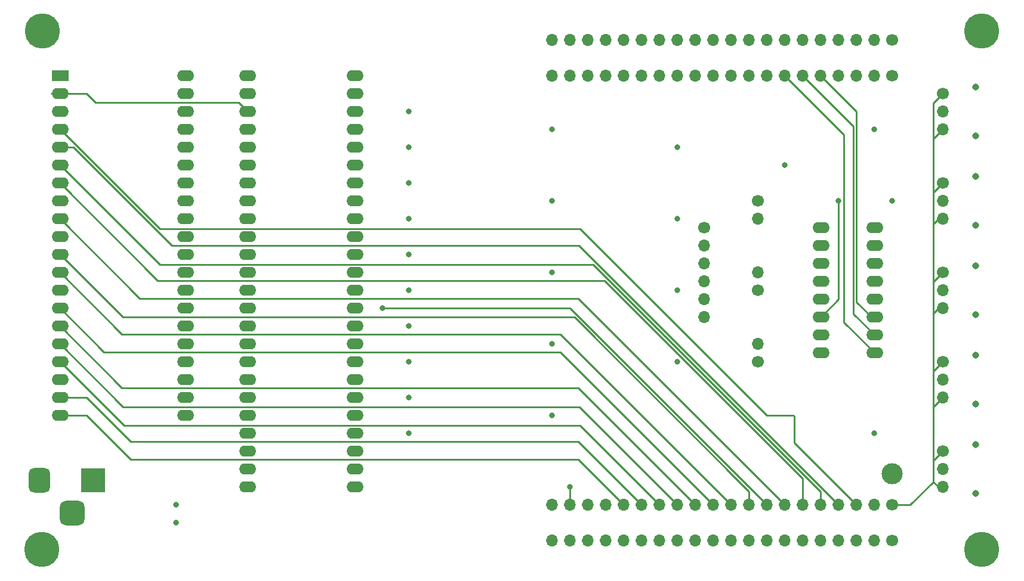
<source format=gbr>
%TF.GenerationSoftware,KiCad,Pcbnew,(6.0.5)*%
%TF.CreationDate,2022-07-21T21:10:46+10:00*%
%TF.ProjectId,glitcher,676c6974-6368-4657-922e-6b696361645f,rev?*%
%TF.SameCoordinates,Original*%
%TF.FileFunction,Copper,L2,Inr*%
%TF.FilePolarity,Positive*%
%FSLAX46Y46*%
G04 Gerber Fmt 4.6, Leading zero omitted, Abs format (unit mm)*
G04 Created by KiCad (PCBNEW (6.0.5)) date 2022-07-21 21:10:46*
%MOMM*%
%LPD*%
G01*
G04 APERTURE LIST*
G04 Aperture macros list*
%AMRoundRect*
0 Rectangle with rounded corners*
0 $1 Rounding radius*
0 $2 $3 $4 $5 $6 $7 $8 $9 X,Y pos of 4 corners*
0 Add a 4 corners polygon primitive as box body*
4,1,4,$2,$3,$4,$5,$6,$7,$8,$9,$2,$3,0*
0 Add four circle primitives for the rounded corners*
1,1,$1+$1,$2,$3*
1,1,$1+$1,$4,$5*
1,1,$1+$1,$6,$7*
1,1,$1+$1,$8,$9*
0 Add four rect primitives between the rounded corners*
20,1,$1+$1,$2,$3,$4,$5,0*
20,1,$1+$1,$4,$5,$6,$7,0*
20,1,$1+$1,$6,$7,$8,$9,0*
20,1,$1+$1,$8,$9,$2,$3,0*%
G04 Aperture macros list end*
%TA.AperFunction,ComponentPad*%
%ADD10R,2.400000X1.600000*%
%TD*%
%TA.AperFunction,ComponentPad*%
%ADD11O,2.400000X1.600000*%
%TD*%
%TA.AperFunction,ComponentPad*%
%ADD12C,1.700000*%
%TD*%
%TA.AperFunction,ComponentPad*%
%ADD13O,1.700000X1.700000*%
%TD*%
%TA.AperFunction,ComponentPad*%
%ADD14C,5.000000*%
%TD*%
%TA.AperFunction,ComponentPad*%
%ADD15C,0.970000*%
%TD*%
%TA.AperFunction,ComponentPad*%
%ADD16C,2.999999*%
%TD*%
%TA.AperFunction,ComponentPad*%
%ADD17R,3.500001X3.500001*%
%TD*%
%TA.AperFunction,ComponentPad*%
%ADD18RoundRect,0.750000X-0.749999X-1.000000X0.749999X-1.000000X0.749999X1.000000X-0.749999X1.000000X0*%
%TD*%
%TA.AperFunction,ComponentPad*%
%ADD19RoundRect,0.875000X-0.875000X-0.875000X0.875000X-0.875000X0.875000X0.875000X-0.875000X0.875000X0*%
%TD*%
%TA.AperFunction,ViaPad*%
%ADD20C,0.800000*%
%TD*%
%TA.AperFunction,Conductor*%
%ADD21C,0.250000*%
%TD*%
G04 APERTURE END LIST*
D10*
%TO.N,RPI_GP0*%
%TO.C,U1*%
X92705000Y-50805000D03*
D11*
%TO.N,RPI_GP1*%
X92705000Y-53345000D03*
%TO.N,GND*%
X92705000Y-55885000D03*
%TO.N,RPI_GP2*%
X92705000Y-58425000D03*
%TO.N,RPI_GP3*%
X92705000Y-60965000D03*
%TO.N,RPI_GP4*%
X92705000Y-63505000D03*
%TO.N,RPI_GP5*%
X92705000Y-66045000D03*
%TO.N,GND*%
X92705000Y-68585000D03*
%TO.N,RPI_GP6*%
X92705000Y-71125000D03*
%TO.N,RPI_GP7*%
X92705000Y-73665000D03*
%TO.N,RPI_GP8*%
X92705000Y-76205000D03*
%TO.N,RPI_GP9*%
X92705000Y-78745000D03*
%TO.N,GND*%
X92705000Y-81285000D03*
%TO.N,RPI_GP10*%
X92705000Y-83825000D03*
%TO.N,RPI_GP11*%
X92705000Y-86365000D03*
%TO.N,RPI_GP12*%
X92705000Y-88905000D03*
%TO.N,RPI_GP13*%
X92705000Y-91445000D03*
%TO.N,GND*%
X92705000Y-93985000D03*
%TO.N,RPI_GP14*%
X92705000Y-96525000D03*
%TO.N,RPI_GP15*%
X92705000Y-99065000D03*
%TO.N,RPI_GP16*%
X110485000Y-99065000D03*
%TO.N,RPI_GP17*%
X110485000Y-96525000D03*
%TO.N,GND*%
X110485000Y-93985000D03*
%TO.N,unconnected-(U1-Pad24)*%
X110485000Y-91445000D03*
%TO.N,unconnected-(U1-Pad25)*%
X110485000Y-88905000D03*
%TO.N,unconnected-(U1-Pad26)*%
X110485000Y-86365000D03*
%TO.N,FPGA_4*%
X110485000Y-83825000D03*
%TO.N,unconnected-(U1-Pad28)*%
X110485000Y-81285000D03*
%TO.N,FPGA_3*%
X110485000Y-78745000D03*
%TO.N,unconnected-(U1-Pad30)*%
X110485000Y-76205000D03*
%TO.N,Net-(TP2-Pad1)*%
X110485000Y-73665000D03*
%TO.N,Net-(TP1-Pad1)*%
X110485000Y-71125000D03*
%TO.N,unconnected-(U1-Pad33)*%
X110485000Y-68585000D03*
%TO.N,unconnected-(U1-Pad34)*%
X110485000Y-66045000D03*
%TO.N,unconnected-(U1-Pad35)*%
X110485000Y-63505000D03*
%TO.N,unconnected-(U1-Pad36)*%
X110485000Y-60965000D03*
%TO.N,unconnected-(U1-Pad37)*%
X110485000Y-58425000D03*
%TO.N,GND*%
X110485000Y-55885000D03*
%TO.N,Net-(JP2-Pad1)*%
X110485000Y-53345000D03*
%TO.N,unconnected-(U1-Pad40)*%
X110485000Y-50805000D03*
%TD*%
D12*
%TO.N,GND*%
%TO.C,J4*%
X217920704Y-53340000D03*
D13*
%TO.N,X_OUT*%
X217920714Y-55880000D03*
%TO.N,GND*%
X217920714Y-58420000D03*
%TD*%
D12*
%TO.N,X_OUT*%
%TO.C,J_RIGHTEXP_OUTER1*%
X210755714Y-50800000D03*
D13*
%TO.N,Y_OUT*%
X208215714Y-50800000D03*
%TO.N,Z_OUT*%
X205675714Y-50800000D03*
%TO.N,FREE_RIGHT4*%
X203135714Y-50800000D03*
%TO.N,MAX4619_A*%
X200595714Y-50800000D03*
%TO.N,MAX4619_B*%
X198055714Y-50800000D03*
%TO.N,MAX4619_C*%
X195515714Y-50800000D03*
%TO.N,FPGA_GPIO_12*%
X192975714Y-50800000D03*
%TO.N,FPGA_GPIO_11*%
X190435714Y-50800000D03*
%TO.N,FPGA_GPIO_10*%
X187895714Y-50800000D03*
%TO.N,FPGA_GPIO_9*%
X185355714Y-50800000D03*
%TO.N,FPGA_GPIO_8*%
X182815714Y-50800000D03*
%TO.N,FPGA_GPIO_7*%
X180275714Y-50800000D03*
%TO.N,FPGA_GPIO_6*%
X177735714Y-50800000D03*
%TO.N,FPGA_GPIO_5*%
X175195714Y-50800000D03*
%TO.N,FPGA_GPIO_4*%
X172655714Y-50800000D03*
%TO.N,FPGA_GPIO_3*%
X170115714Y-50800000D03*
%TO.N,FPGA_GPIO_2*%
X167575714Y-50800000D03*
%TO.N,VCC_3V3_ALWAYS*%
X165035714Y-50800000D03*
%TO.N,GND*%
X162495714Y-50800000D03*
%TD*%
D14*
%TO.N,N/C*%
%TO.C,REF\u002A\u002A*%
X223455714Y-118110000D03*
%TD*%
D12*
%TO.N,GND*%
%TO.C,J_LEFTEXP1*%
X210755714Y-116840000D03*
D13*
%TO.N,FREE_LEFT2*%
X208215714Y-116840000D03*
%TO.N,RPI_GP2*%
X205675714Y-116840000D03*
%TO.N,RPI_GP3*%
X203135714Y-116840000D03*
%TO.N,RPI_GP4*%
X200595714Y-116840000D03*
%TO.N,RPI_GP5*%
X198055714Y-116840000D03*
%TO.N,RPI_GP6*%
X195515714Y-116840000D03*
%TO.N,RPI_GP7*%
X192975714Y-116840000D03*
%TO.N,RPI_GP8*%
X190435714Y-116840000D03*
%TO.N,RPI_GP9*%
X187895714Y-116840000D03*
%TO.N,RPI_GP10*%
X185355714Y-116840000D03*
%TO.N,RPI_GP11*%
X182815714Y-116840000D03*
%TO.N,RPI_GP12*%
X180275714Y-116840000D03*
%TO.N,RPI_GP13*%
X177735714Y-116840000D03*
%TO.N,RPI_GP14*%
X175195714Y-116840000D03*
%TO.N,RPI_GP15*%
X172655714Y-116840000D03*
%TO.N,FREE_LEFT17*%
X170115714Y-116840000D03*
%TO.N,FREE_LEFT18*%
X167575714Y-116840000D03*
%TO.N,VCC_SWITCHED*%
X165035714Y-116840000D03*
%TO.N,GND*%
X162495714Y-116840000D03*
%TD*%
D12*
%TO.N,GND*%
%TO.C,J_LEFTEXP_OUTER1*%
X210755716Y-111759992D03*
D13*
%TO.N,FREE_LEFT2*%
X208215714Y-111760000D03*
%TO.N,RPI_GP2*%
X205675714Y-111760000D03*
%TO.N,RPI_GP3*%
X203135714Y-111760000D03*
%TO.N,RPI_GP4*%
X200595714Y-111760000D03*
%TO.N,RPI_GP5*%
X198055714Y-111760000D03*
%TO.N,RPI_GP6*%
X195515714Y-111760000D03*
%TO.N,RPI_GP7*%
X192975714Y-111760000D03*
%TO.N,RPI_GP8*%
X190435714Y-111760000D03*
%TO.N,RPI_GP9*%
X187895714Y-111760000D03*
%TO.N,RPI_GP10*%
X185355714Y-111760000D03*
%TO.N,RPI_GP11*%
X182815714Y-111760000D03*
%TO.N,RPI_GP12*%
X180275714Y-111760000D03*
%TO.N,RPI_GP13*%
X177735714Y-111760000D03*
%TO.N,RPI_GP14*%
X175195714Y-111760000D03*
%TO.N,RPI_GP15*%
X172655714Y-111760000D03*
%TO.N,FREE_LEFT17*%
X170115714Y-111760000D03*
%TO.N,FREE_LEFT18*%
X167575714Y-111760000D03*
%TO.N,VCC_SWITCHED*%
X165035714Y-111760000D03*
%TO.N,GND*%
X162495716Y-111759992D03*
%TD*%
D15*
%TO.N,GND*%
%TO.C,HS2_OUT1*%
X222555714Y-97472500D03*
X222555714Y-90487500D03*
%TD*%
D12*
%TO.N,GND*%
%TO.C,J2*%
X184085714Y-72390000D03*
D13*
%TO.N,VCC_3V3*%
X184085714Y-74930000D03*
%TO.N,VCC_2V5*%
X184085714Y-77470000D03*
%TO.N,VCC_1V8*%
X184085714Y-80010000D03*
%TO.N,VCC_1V2*%
X184085714Y-82550000D03*
%TO.N,VCC_VADJ*%
X184085714Y-85090000D03*
%TD*%
D15*
%TO.N,GND*%
%TO.C,SMA_Y1*%
X222555714Y-72072500D03*
X222555714Y-65087500D03*
%TD*%
%TO.N,GND*%
%TO.C,TRIG_IN1*%
X222555714Y-103187500D03*
X222555714Y-110172500D03*
%TD*%
D12*
%TO.N,GND*%
%TO.C,J7*%
X217920704Y-78740000D03*
D13*
%TO.N,Z_OUT*%
X217920714Y-81280000D03*
%TO.N,GND*%
X217920714Y-83820000D03*
%TD*%
D12*
%TO.N,X_OUT*%
%TO.C,J_RIGHTEXP1*%
X210755714Y-45720000D03*
D13*
%TO.N,Y_OUT*%
X208215714Y-45720000D03*
%TO.N,Z_OUT*%
X205675714Y-45720000D03*
%TO.N,FREE_RIGHT4*%
X203135714Y-45720000D03*
%TO.N,MAX4619_A*%
X200595714Y-45720000D03*
%TO.N,MAX4619_B*%
X198055714Y-45720000D03*
%TO.N,MAX4619_C*%
X195515714Y-45720000D03*
%TO.N,FPGA_GPIO_12*%
X192975714Y-45720000D03*
%TO.N,FPGA_GPIO_11*%
X190435714Y-45720000D03*
%TO.N,FPGA_GPIO_10*%
X187895714Y-45720000D03*
%TO.N,FPGA_GPIO_9*%
X185355714Y-45720000D03*
%TO.N,FPGA_GPIO_8*%
X182815714Y-45720000D03*
%TO.N,FPGA_GPIO_7*%
X180275714Y-45720000D03*
%TO.N,FPGA_GPIO_6*%
X177735714Y-45720000D03*
%TO.N,FPGA_GPIO_5*%
X175195714Y-45720000D03*
%TO.N,FPGA_GPIO_4*%
X172655714Y-45720000D03*
%TO.N,FPGA_GPIO_3*%
X170115714Y-45720000D03*
%TO.N,FPGA_GPIO_2*%
X167575714Y-45720000D03*
%TO.N,VCC_3V3_ALWAYS*%
X165035714Y-45720000D03*
%TO.N,GND*%
X162495714Y-45720000D03*
%TD*%
D14*
%TO.N,N/C*%
%TO.C,REF\u002A\u002A*%
X223455714Y-44450000D03*
%TD*%
D12*
%TO.N,GND*%
%TO.C,J5*%
X217920704Y-66040000D03*
D13*
%TO.N,Y_OUT*%
X217920714Y-68580000D03*
%TO.N,GND*%
X217920714Y-71120000D03*
%TD*%
D12*
%TO.N,GND*%
%TO.C,J6*%
X217920704Y-104140000D03*
D13*
%TO.N,TRIG_IN*%
X217920714Y-106680000D03*
%TO.N,GND*%
X217920714Y-109220000D03*
%TD*%
D14*
%TO.N,N/C*%
%TO.C,REF\u002A\u002A*%
X90170000Y-44450000D03*
%TD*%
D16*
%TO.N,GL_GATE*%
%TO.C,REF\u002A\u002A*%
X210755714Y-107315000D03*
%TD*%
D12*
%TO.N,Net-(PINS_Z_INPUT1-Pad1)*%
%TO.C,PINS_Z_INPUT1*%
X191705714Y-91440000D03*
D13*
%TO.N,Net-(PINS_Z_INPUT1-Pad2)*%
X191705714Y-88900000D03*
%TD*%
D11*
%TO.N,MAX4619_C*%
%TO.C,U2*%
X134555718Y-109219992D03*
%TO.N,MAX4619_B*%
X134555714Y-106680000D03*
%TO.N,MAX4619_A*%
X134555714Y-104140000D03*
%TO.N,FPGA_GPIO_12*%
X134555714Y-101600000D03*
%TO.N,FPGA_GPIO_11*%
X134555714Y-99060000D03*
%TO.N,FPGA_GPIO_10*%
X134555714Y-96520000D03*
%TO.N,FPGA_GPIO_9*%
X134555714Y-93980000D03*
%TO.N,FPGA_GPIO_8*%
X134555714Y-91440000D03*
%TO.N,FPGA_GPIO_7*%
X134555714Y-88900000D03*
%TO.N,FPGA_GPIO_6*%
X134555714Y-86360000D03*
%TO.N,FPGA_GPIO_5*%
X134555714Y-83820000D03*
%TO.N,FPGA_GPIO_4*%
X134555714Y-81280000D03*
%TO.N,FPGA_GPIO_3*%
X134555714Y-78740000D03*
%TO.N,FPGA_GPIO_2*%
X134555714Y-76200000D03*
%TO.N,FPGA_GPIO_1*%
X134555714Y-73660000D03*
%TO.N,unconnected-(U2-Pad16)*%
X134555714Y-71120000D03*
%TO.N,unconnected-(U2-Pad17)*%
X134555714Y-68580000D03*
%TO.N,unconnected-(U2-Pad18)*%
X134555714Y-66040000D03*
%TO.N,unconnected-(U2-Pad19)*%
X134555714Y-63500000D03*
%TO.N,unconnected-(U2-Pad20)*%
X134555714Y-60960000D03*
%TO.N,unconnected-(U2-Pad21)*%
X134555714Y-58420000D03*
%TO.N,unconnected-(U2-Pad22)*%
X134555714Y-55880000D03*
%TO.N,unconnected-(U2-Pad23)*%
X134555714Y-53340000D03*
%TO.N,Net-(FB1-Pad2)*%
X134555714Y-50800000D03*
%TO.N,GND*%
X119315714Y-50800000D03*
%TO.N,RPI_GP0*%
X119315714Y-53340000D03*
%TO.N,RPI_GP1*%
X119315714Y-55880000D03*
%TO.N,FPGA_3*%
X119315714Y-58420000D03*
%TO.N,FPGA_4*%
X119315714Y-60960000D03*
%TO.N,unconnected-(U2-Pad30)*%
X119315714Y-63500000D03*
%TO.N,unconnected-(U2-Pad31)*%
X119315714Y-66040000D03*
%TO.N,unconnected-(U2-Pad32)*%
X119315714Y-68580000D03*
%TO.N,unconnected-(U2-Pad33)*%
X119315714Y-71120000D03*
%TO.N,unconnected-(U2-Pad34)*%
X119315714Y-73660000D03*
%TO.N,unconnected-(U2-Pad35)*%
X119315714Y-76200000D03*
%TO.N,unconnected-(U2-Pad36)*%
X119315714Y-78740000D03*
%TO.N,unconnected-(U2-Pad37)*%
X119315714Y-81280000D03*
%TO.N,unconnected-(U2-Pad38)*%
X119315714Y-83820000D03*
%TO.N,unconnected-(U2-Pad39)*%
X119315714Y-86360000D03*
%TO.N,unconnected-(U2-Pad40)*%
X119315714Y-88900000D03*
%TO.N,unconnected-(U2-Pad41)*%
X119315714Y-91440000D03*
%TO.N,unconnected-(U2-Pad42)*%
X119315714Y-93980000D03*
%TO.N,unconnected-(U2-Pad43)*%
X119315714Y-96520000D03*
%TO.N,unconnected-(U2-Pad44)*%
X119315714Y-99060000D03*
%TO.N,unconnected-(U2-Pad45)*%
X119315714Y-101600000D03*
%TO.N,unconnected-(U2-Pad46)*%
X119315714Y-104140000D03*
%TO.N,unconnected-(U2-Pad47)*%
X119315714Y-106680000D03*
%TO.N,unconnected-(U2-Pad48)*%
X119315714Y-109220000D03*
%TD*%
%TO.N,Net-(PINS_Y_INPUT1-Pad2)*%
%TO.C,U3*%
X200605722Y-72379992D03*
%TO.N,Net-(PINS_Y_INPUT1-Pad1)*%
X200605714Y-74920000D03*
%TO.N,Net-(PINS_Z_INPUT1-Pad2)*%
X200605714Y-77460000D03*
%TO.N,Z_OUT*%
X200605714Y-80000000D03*
%TO.N,Net-(PINS_Z_INPUT1-Pad1)*%
X200605714Y-82540000D03*
%TO.N,MAX4619_EN*%
X200605714Y-85080000D03*
%TO.N,unconnected-(U3-Pad7)*%
X200605714Y-87620000D03*
%TO.N,GND*%
X200605714Y-90160000D03*
%TO.N,MAX4619_C*%
X208225714Y-90160000D03*
%TO.N,MAX4619_B*%
X208225714Y-87620000D03*
%TO.N,MAX4619_A*%
X208225714Y-85080000D03*
%TO.N,Net-(PINS_X_INPUT1-Pad2)*%
X208225714Y-82540000D03*
%TO.N,Net-(PINS_X_INPUT1-Pad1)*%
X208225714Y-80000000D03*
%TO.N,X_OUT*%
X208225714Y-77460000D03*
%TO.N,Y_OUT*%
X208225714Y-74920000D03*
%TO.N,VCC_3V3_ALWAYS*%
X208225714Y-72380000D03*
%TD*%
D17*
%TO.N,VCC*%
%TO.C,J1*%
X97375724Y-108262492D03*
D18*
%TO.N,GND*%
X89755724Y-108262492D03*
D19*
%TO.N,N/C*%
X94375726Y-112962496D03*
%TD*%
D14*
%TO.N,N/C*%
%TO.C,REF\u002A\u002A*%
X90105713Y-118110000D03*
%TD*%
D12*
%TO.N,GND*%
%TO.C,J3*%
X217920704Y-91440000D03*
D13*
%TO.N,HS2_OUT*%
X217920714Y-93980000D03*
%TO.N,GND*%
X217920714Y-96520000D03*
%TD*%
D12*
%TO.N,Net-(PINS_Y_INPUT1-Pad1)*%
%TO.C,PINS_Y_INPUT1*%
X191705714Y-81280000D03*
D13*
%TO.N,Net-(PINS_Y_INPUT1-Pad2)*%
X191705714Y-78740000D03*
%TD*%
D15*
%TO.N,GND*%
%TO.C,SMA_Z1*%
X222555714Y-84772500D03*
X222555714Y-77787500D03*
%TD*%
%TO.N,GND*%
%TO.C,SMA_X1*%
X222555714Y-59372500D03*
X222555714Y-52387500D03*
%TD*%
D12*
%TO.N,Net-(PINS_X_INPUT1-Pad1)*%
%TO.C,PINS_X_INPUT1*%
X191705714Y-68580000D03*
D13*
%TO.N,Net-(PINS_X_INPUT1-Pad2)*%
X191705714Y-71120000D03*
%TD*%
D20*
%TO.N,GND*%
X162495714Y-78740000D03*
X142175714Y-71120000D03*
X180275714Y-91440000D03*
X180275714Y-81280000D03*
X162495714Y-99060000D03*
X180275714Y-71120000D03*
X142175714Y-81280000D03*
X180275714Y-60960000D03*
X208215714Y-101600000D03*
X142175714Y-91440000D03*
X142175714Y-101600000D03*
X109155714Y-114300000D03*
X162495714Y-58420000D03*
X142175714Y-60960000D03*
X162495714Y-68580000D03*
X162495714Y-88900000D03*
%TO.N,VCC*%
X109155714Y-111760000D03*
%TO.N,VCC_3V3_ALWAYS*%
X208215714Y-58420000D03*
X210755714Y-68580000D03*
%TO.N,MAX4619_EN*%
X203135714Y-68580000D03*
%TO.N,RPI_GP7*%
X138430000Y-83820000D03*
%TO.N,VCC_SWITCHED*%
X165035714Y-109220000D03*
X142175714Y-86360000D03*
X142175714Y-96520000D03*
X142175714Y-66040000D03*
X142175714Y-76200000D03*
X195515714Y-63500000D03*
X142175714Y-55880000D03*
%TD*%
D21*
%TO.N,GND*%
X217920714Y-71120000D02*
X217284736Y-71120000D01*
X216560225Y-80555489D02*
X216560225Y-71844511D01*
X217920714Y-96520000D02*
X216560225Y-97880489D01*
X217920714Y-58420000D02*
X216560225Y-59780489D01*
X216560225Y-108495489D02*
X216560225Y-105955489D01*
X217920704Y-91440000D02*
X216560225Y-92800479D01*
X217920714Y-109220000D02*
X217284736Y-109220000D01*
X217920714Y-83820000D02*
X217284736Y-83820000D01*
X216560225Y-67400479D02*
X216560225Y-67855489D01*
X216560225Y-59780489D02*
X216560225Y-60235489D01*
X217284736Y-71120000D02*
X216560225Y-71844511D01*
X216560225Y-92800479D02*
X216560225Y-93255489D01*
X216560225Y-67855489D02*
X216560225Y-60235489D01*
X216560225Y-105955489D02*
X216560225Y-98335489D01*
X217284736Y-109220000D02*
X216560225Y-108495489D01*
X216560225Y-54700479D02*
X217920704Y-53340000D01*
X216560225Y-80100479D02*
X216560225Y-80555489D01*
X213295714Y-111760000D02*
X216560225Y-108495489D01*
X216560225Y-105500479D02*
X216560225Y-105955489D01*
X216560225Y-60235489D02*
X216560225Y-54700479D01*
X216560225Y-97880489D02*
X216560225Y-98335489D01*
X216560225Y-71844511D02*
X216560225Y-67855489D01*
X217920704Y-66040000D02*
X216560225Y-67400479D01*
X217920704Y-104140000D02*
X216560225Y-105500479D01*
X210755714Y-111760000D02*
X213295714Y-111760000D01*
X217284736Y-83820000D02*
X216560225Y-84544511D01*
X216560225Y-98335489D02*
X216560225Y-93255489D01*
X217920704Y-78740000D02*
X216560225Y-80100479D01*
X216560225Y-93255489D02*
X216560225Y-84544511D01*
X216560225Y-84544511D02*
X216560225Y-80555489D01*
%TO.N,MAX4619_EN*%
X203135714Y-68580000D02*
X203135714Y-82550000D01*
X203135714Y-82550000D02*
X200605714Y-85080000D01*
%TO.N,MAX4619_C*%
X208225714Y-90160000D02*
X203860225Y-85794511D01*
X203860225Y-85794511D02*
X203860225Y-59144511D01*
X203860225Y-59144511D02*
X195515714Y-50800000D01*
%TO.N,MAX4619_B*%
X205226194Y-84620480D02*
X208225714Y-87620000D01*
X205226194Y-57970480D02*
X205226194Y-84620480D01*
X198055714Y-50800000D02*
X205226194Y-57970480D01*
%TO.N,MAX4619_A*%
X205675714Y-82930000D02*
X205675714Y-55880000D01*
X208225714Y-85080000D02*
X207825714Y-85080000D01*
X207825714Y-85080000D02*
X205675714Y-82930000D01*
X205675714Y-55880000D02*
X200595714Y-50800000D01*
%TO.N,RPI_GP1*%
X97725714Y-54610000D02*
X118045714Y-54610000D01*
X96455714Y-53340000D02*
X97725714Y-54610000D01*
X118045714Y-54610000D02*
X119315714Y-55880000D01*
X91440000Y-53340000D02*
X96455714Y-53340000D01*
%TO.N,RPI_GP2*%
X192950694Y-99034980D02*
X166451194Y-72535480D01*
X196810734Y-102895020D02*
X196810734Y-99143363D01*
X166451194Y-72535480D02*
X106815480Y-72535480D01*
X196702351Y-99034980D02*
X192950694Y-99034980D01*
X205675714Y-111760000D02*
X196810734Y-102895020D01*
X196810734Y-99143363D02*
X196702351Y-99034980D01*
X106815480Y-72535480D02*
X92705000Y-58425000D01*
%TO.N,RPI_GP3*%
X94556432Y-60965000D02*
X92705000Y-60965000D01*
X108521432Y-74930000D02*
X94556432Y-60965000D01*
X108521432Y-74930000D02*
X166305714Y-74930000D01*
X167607857Y-76232143D02*
X203135714Y-111760000D01*
X166305714Y-74930000D02*
X167607857Y-76232143D01*
%TO.N,RPI_GP4*%
X168303182Y-77615480D02*
X200595714Y-109908012D01*
X200595714Y-109908012D02*
X200595714Y-111760000D01*
X92705000Y-63505000D02*
X106815480Y-77615480D01*
X106815480Y-77615480D02*
X168303182Y-77615480D01*
%TO.N,RPI_GP5*%
X198055714Y-108003730D02*
X198055714Y-111760000D01*
X169916504Y-79864520D02*
X169911504Y-79869520D01*
X106529520Y-79869520D02*
X92705000Y-66045000D01*
X169911504Y-79869520D02*
X106529520Y-79869520D01*
X169916504Y-79864520D02*
X198055714Y-108003730D01*
%TO.N,RPI_GP6*%
X103989520Y-82409520D02*
X92705000Y-71125000D01*
X166160234Y-82404520D02*
X166155234Y-82409520D01*
X166160234Y-82404520D02*
X195515714Y-111760000D01*
X166155234Y-82409520D02*
X103989520Y-82409520D01*
%TO.N,RPI_GP7*%
X138430000Y-83820000D02*
X165035714Y-83820000D01*
X165035714Y-83820000D02*
X192975714Y-111760000D01*
%TO.N,RPI_GP8*%
X101590000Y-85090000D02*
X92705000Y-76205000D01*
X190435714Y-111760000D02*
X190435714Y-109855718D01*
X165669996Y-85090000D02*
X101590000Y-85090000D01*
X190435714Y-109855718D02*
X165669996Y-85090000D01*
%TO.N,RPI_GP9*%
X187895714Y-111760000D02*
X163625234Y-87489520D01*
X101449520Y-87489520D02*
X92705000Y-78745000D01*
X163625234Y-87489520D02*
X101449520Y-87489520D01*
%TO.N,RPI_GP10*%
X98909520Y-90029520D02*
X92705000Y-83825000D01*
X185355714Y-111760000D02*
X163625234Y-90029520D01*
X163625234Y-90029520D02*
X98909520Y-90029520D01*
%TO.N,RPI_GP11*%
X166160234Y-95104520D02*
X166155234Y-95109520D01*
X166160234Y-95104520D02*
X182815714Y-111760000D01*
X166155234Y-95109520D02*
X101449520Y-95109520D01*
X101449520Y-95109520D02*
X92705000Y-86365000D01*
%TO.N,RPI_GP12*%
X92705000Y-88905000D02*
X101622143Y-97822143D01*
X166337857Y-97822143D02*
X180275714Y-111760000D01*
X101622143Y-97822143D02*
X166337857Y-97822143D01*
%TO.N,RPI_GP13*%
X92705000Y-91445000D02*
X101735480Y-100475480D01*
X101735480Y-100475480D02*
X166451194Y-100475480D01*
X166451194Y-100475480D02*
X166972857Y-100997143D01*
X166972857Y-100997143D02*
X177735714Y-111760000D01*
%TO.N,RPI_GP14*%
X102660234Y-102724520D02*
X166160234Y-102724520D01*
X96460714Y-96525000D02*
X96487857Y-96552143D01*
X92705000Y-96525000D02*
X96460714Y-96525000D01*
X96455714Y-96520000D02*
X96487857Y-96552143D01*
X96487857Y-96552143D02*
X102660234Y-102724520D01*
X166160234Y-102724520D02*
X175195714Y-111760000D01*
%TO.N,RPI_GP15*%
X102660234Y-105264520D02*
X166160234Y-105264520D01*
X96455714Y-99060000D02*
X102660234Y-105264520D01*
X96450714Y-99065000D02*
X92705000Y-99065000D01*
X96455714Y-99060000D02*
X96450714Y-99065000D01*
X166160234Y-105264520D02*
X172655714Y-111760000D01*
%TO.N,VCC_SWITCHED*%
X165035714Y-109220000D02*
X165035714Y-111760000D01*
%TD*%
M02*

</source>
